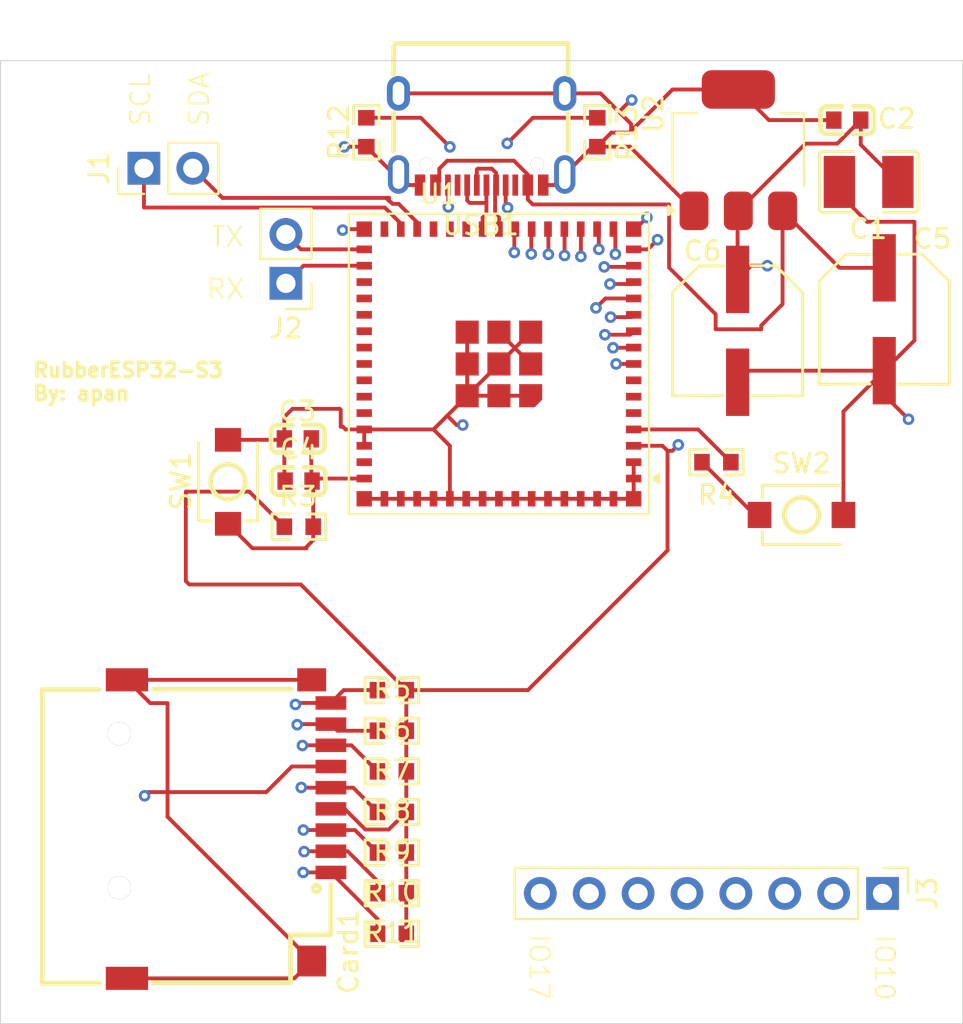
<source format=kicad_pcb>
(kicad_pcb (version 20240108) (generator "pcbnew") (generator_version "8.0")
  (layers (0 "F.Cu" signal) (1 "In1.Cu" signal) (2 "In2.Cu" signal) (3 "In3.Cu" signal) (4 "In4.Cu" signal) (31 "B.Cu" signal) (34 "B.Paste" user) (35 "F.Paste" user) (36 "B.SilkS" user "B.Silkscreen") (37 "F.SilkS" user "F.Silkscreen") (38 "B.Mask" user) (39 "F.Mask" user) (44 "Edge.Cuts" user))
  (net 0 "")
  (net 1 "+3V3")
  (net 2 "GND")
  (net 3 "EN")
  (net 4 "+5V")
  (net 5 "Net-(Card1-CLX)")
  (net 6 "Net-(Card1-DAT1)")
  (net 7 "Net-(Card1-DAT2)")
  (net 8 "Net-(Card1-DAT0)")
  (net 9 "Net-(Card1-CD{slash}DAT3)")
  (net 10 "Net-(Card1-CMD)")
  (net 11 "BOOT")
  (net 12 "Net-(SW2-A)")
  (net 13 "Net-(Card1-CD)")
  (net 14 "Net-(USB1-CC2)")
  (net 15 "Net-(USB1-CC1)")
  (net 18 "SCL")
  (net 21 "SDA")
  (net 23 "RX")
  (net 24 "TX")
  (net 26 "IO16")
  (net 28 "IO17")
  (net 29 "IO11")
  (net 30 "IO12")
  (net 31 "D+")
  (net 33 "IO13")
  (net 35 "D-")
  (net 41 "IO15")
  (net 45 "IO10")
  (net 46 "IO14")
  (footprint "EasyEDA2KiCad:CAP-SMD_BD6.3-L6.6-W6.6-FD" (layer "F.Cu") (at 60.5 66.49 -90)
    (property "Reference" "C6" (at -4.14 1.82 180) (layer "F.SilkS"))
    (property "Value" "22uF")
    (pad "1" smd rect (at -2.67 0 270) (size 3.5 1.2) (layers "F.Cu" "F.Paste" "F.Mask") (net 1 "+3V3"))
    (pad "2" smd rect (at 2.67 0 270) (size 3.5 1.2) (layers "F.Cu" "F.Paste" "F.Mask") (net 2 "GND"))
  )
  (footprint "Connector_PinHeader_2.54mm:PinHeader_1x02_P2.54mm_Vertical" (layer "F.Cu") (at 37.03 64.025 180)
    (property "Reference" "J2" (at 0 -2.33 360) (layer "F.SilkS"))
    (property "Value" "Conn_01x02")
    (pad "1" thru_hole rect (at 0 0 180) (size 1.7 1.7) (drill 1) (layers "*.Cu" "*.Mask") (net 23 "RX"))
    (pad "2" thru_hole oval (at 0 2.54 180) (size 1.7 1.7) (drill 1) (layers "*.Cu" "*.Mask") (net 24 "TX"))
  )
  (footprint "Package_TO_SOT_SMD:SOT-223-3_TabPin2" (layer "F.Cu") (at 60.5375 57.11 90)
    (property "Reference" "U2" (at 1.9 -4.42 90) (layer "F.SilkS"))
    (property "Value" "AMS1117-3.3")
    (pad "1" smd roundrect (at -3.15 -2.3 90) (size 2 1.5) (layers "F.Cu" "F.Paste" "F.Mask") (net 2 "GND"))
    (pad "1" smd roundrect (at 3.15 0 90) (size 2 3.8) (layers "F.Cu" "F.Paste" "F.Mask") (net 2 "GND"))
    (pad "2" smd roundrect (at -3.15 0 90) (size 2 1.5) (layers "F.Cu" "F.Paste" "F.Mask") (net 1 "+3V3"))
    (pad "3" smd roundrect (at -3.15 2.3 90) (size 2 1.5) (layers "F.Cu" "F.Paste" "F.Mask") (net 4 "+5V"))
  )
  (footprint "EasyEDA2KiCad:C1210" (layer "F.Cu") (at 67.31 58.76 180)
    (property "Reference" "C1" (at 0.02 -2.44 0) (layer "F.SilkS"))
    (property "Value" "22uF")
    (pad "1" smd rect (at -1.52 0 180) (size 1.63 2.7) (layers "F.Cu" "F.Paste" "F.Mask") (net 1 "+3V3"))
    (pad "2" smd rect (at 1.52 0 180) (size 1.63 2.7) (layers "F.Cu" "F.Paste" "F.Mask") (net 2 "GND"))
  )
  (footprint "EasyEDA2KiCad:R0603" (layer "F.Cu") (at 41.21 56.18 90)
    (property "Reference" "R12" (at 0 -1.43 90) (layer "F.SilkS"))
    (property "Value" "5.1K")
    (pad "1" smd rect (at -0.75 0 90) (size 0.81 0.86) (layers "F.Cu" "F.Paste" "F.Mask") (net 2 "GND"))
    (pad "2" smd rect (at 0.75 0 90) (size 0.81 0.86) (layers "F.Cu" "F.Paste" "F.Mask") (net 14 "Net-(USB1-CC2)"))
  )
  (footprint "EasyEDA2KiCad:TF-SMD_TF-PUSH" (layer "F.Cu") (at 34.07 92.36 -90)
    (property "Reference" "Card1" (at 6.37 -6.21 90) (layer "F.SilkS"))
    (property "Value" "TF PUSH")
    (pad "" thru_hole circle (at -4.95 5.7 270) (size 1.2 1.2) (drill 1.2) (layers "*.Cu" "*.Mask"))
    (pad "" thru_hole circle (at 3.05 5.7 270) (size 1.2 1.2) (drill 1.2) (layers "*.Cu" "*.Mask"))
    (pad "1" smd rect (at 2.25 -5.3 270) (size 0.7 1.6) (layers "F.Cu" "F.Paste" "F.Mask") (net 7 "Net-(Card1-DAT2)"))
    (pad "2" smd rect (at 1.15 -5.3 270) (size 0.7 1.6) (layers "F.Cu" "F.Paste" "F.Mask") (net 9 "Net-(Card1-CD{slash}DAT3)"))
    (pad "3" smd rect (at 0.05 -5.3 270) (size 0.7 1.6) (layers "F.Cu" "F.Paste" "F.Mask") (net 10 "Net-(Card1-CMD)"))
    (pad "4" smd rect (at -1.05 -5.3 270) (size 0.7 1.6) (layers "F.Cu" "F.Paste" "F.Mask") (net 1 "+3V3"))
    (pad "5" smd rect (at -2.15 -5.3 270) (size 0.7 1.6) (layers "F.Cu" "F.Paste" "F.Mask") (net 5 "Net-(Card1-CLX)"))
    (pad "6" smd rect (at -3.25 -5.3 270) (size 0.7 1.6) (layers "F.Cu" "F.Paste" "F.Mask") (net 2 "GND"))
    (pad "7" smd rect (at -4.35 -5.3 270) (size 0.7 1.6) (layers "F.Cu" "F.Paste" "F.Mask") (net 8 "Net-(Card1-DAT0)"))
    (pad "8" smd rect (at -5.45 -5.3 270) (size 0.7 1.6) (layers "F.Cu" "F.Paste" "F.Mask") (net 6 "Net-(Card1-DAT1)"))
    (pad "9" smd rect (at -6.55 -5.3 270) (size 0.7 1.6) (layers "F.Cu" "F.Paste" "F.Mask") (net 13 "Net-(Card1-CD)"))
    (pad "10" smd rect (at -7.75 -4.3 270) (size 1.2 1.5) (layers "F.Cu" "F.Paste" "F.Mask") (net 2 "GND"))
    (pad "11" smd rect (at -7.75 5.3 270) (size 1.2 2.2) (layers "F.Cu" "F.Paste" "F.Mask") (net 2 "GND"))
    (pad "12" smd rect (at 7.75 5.3 270) (size 1.2 2.2) (layers "F.Cu" "F.Paste" "F.Mask") (net 2 "GND"))
    (pad "13" smd rect (at 6.85 -4.3 270) (size 1.6 1.5) (layers "F.Cu" "F.Paste" "F.Mask") (net 2 "GND"))
  )
  (footprint "EasyEDA2KiCad:C0603" (layer "F.Cu") (at 37.69 74.29)
    (property "Reference" "C4" (at 0.01 -1.65 0) (layer "F.SilkS"))
    (property "Value" "100nF")
    (pad "1" smd rect (at -0.7 0) (size 0.8 0.9) (layers "F.Cu" "F.Paste" "F.Mask") (net 2 "GND"))
    (pad "2" smd rect (at 0.7 0) (size 0.8 0.9) (layers "F.Cu" "F.Paste" "F.Mask") (net 3 "EN"))
  )
  (footprint "EasyEDA2KiCad:R0603" (layer "F.Cu") (at 42.5375 91.47 180)
    (property "Reference" "R8" (at -0.02 0.05 0) (layer "F.SilkS"))
    (property "Value" "10K")
    (pad "1" smd rect (at -0.75 0 180) (size 0.81 0.86) (layers "F.Cu" "F.Paste" "F.Mask") (net 1 "+3V3"))
    (pad "2" smd rect (at 0.75 0 180) (size 0.81 0.86) (layers "F.Cu" "F.Paste" "F.Mask") (net 5 "Net-(Card1-CLX)"))
  )
  (footprint "EasyEDA2KiCad:USB-C-SMD_TYPE-C-6PIN-2MD-073" (layer "F.Cu") (at 47.2 56.5425 180)
    (property "Reference" "USB1" (at 0.04 -4.4575 0) (layer "F.SilkS"))
    (property "Value" "TYPE-C 16PIN 2MD(073)")
    (pad "" thru_hole circle (at -2.89 -1.3 180) (size 0.7 0.7) (drill 0.7) (layers "*.Cu" "*.Mask"))
    (pad "" thru_hole circle (at 2.89 -1.3 180) (size 0.7 0.7) (drill 0.7) (layers "*.Cu" "*.Mask"))
    (pad "1" smd rect (at -3.2 -2.38 180) (size 0.55 1.1) (layers "F.Cu" "F.Paste" "F.Mask") (net 2 "GND"))
    (pad "2" smd rect (at -2.4 -2.38 180) (size 0.55 1.1) (layers "F.Cu" "F.Paste" "F.Mask") (net 4 "+5V"))
    (pad "3" smd rect (at -1.75 -2.38 180) (size 0.3 1.1) (layers "F.Cu" "F.Paste" "F.Mask"))
    (pad "4" smd rect (at -1.25 -2.38 180) (size 0.3 1.1) (layers "F.Cu" "F.Paste" "F.Mask") (net 15 "Net-(USB1-CC1)"))
    (pad "5" smd rect (at -0.75 -2.38 180) (size 0.3 1.1) (layers "F.Cu" "F.Paste" "F.Mask") (net 35 "D-"))
    (pad "6" smd rect (at -0.25 -2.38 180) (size 0.3 1.1) (layers "F.Cu" "F.Paste" "F.Mask") (net 31 "D+"))
    (pad "7" smd rect (at 0.25 -2.38 180) (size 0.3 1.1) (layers "F.Cu" "F.Paste" "F.Mask") (net 35 "D-"))
    (pad "8" smd rect (at 0.75 -2.38 180) (size 0.3 1.1) (layers "F.Cu" "F.Paste" "F.Mask") (net 31 "D+"))
    (pad "9" smd rect (at 1.25 -2.38 180) (size 0.3 1.1) (layers "F.Cu" "F.Paste" "F.Mask"))
    (pad "10" smd rect (at 1.75 -2.38 180) (size 0.3 1.1) (layers "F.Cu" "F.Paste" "F.Mask") (net 14 "Net-(USB1-CC2)"))
    (pad "11" smd rect (at 2.4 -2.38 180) (size 0.55 1.1) (layers "F.Cu" "F.Paste" "F.Mask") (net 4 "+5V"))
    (pad "12" smd rect (at 3.2 -2.38 180) (size 0.55 1.1) (layers "F.Cu" "F.Paste" "F.Mask") (net 2 "GND"))
    (pad "13" thru_hole oval (at -4.32 -1.83 180) (size 1.1 2) (drill oval 0.599999 1.499997) (layers "*.Cu" "*.Mask") (net 2 "GND"))
    (pad "13" thru_hole oval (at -4.32 2.38 180) (size 1.2 1.8) (drill oval 0.599999 1.199998) (layers "*.Cu" "*.Mask") (net 2 "GND"))
    (pad "14" thru_hole oval (at 4.32 -1.83 180) (size 1.1 2) (drill oval 0.599999 1.500022) (layers "*.Cu" "*.Mask") (net 2 "GND"))
    (pad "14" thru_hole oval (at 4.32 2.38 180) (size 1.2 1.8) (drill oval 0.599999 1.199998) (layers "*.Cu" "*.Mask") (net 2 "GND"))
  )
  (footprint "Connector_PinHeader_2.54mm:PinHeader_1x02_P2.54mm_Vertical" (layer "F.Cu") (at 29.655 58.05 90)
    (property "Reference" "J1" (at 0 -2.33 90) (layer "F.SilkS"))
    (property "Value" "Conn_01x02")
    (pad "1" thru_hole rect (at 0 0 90) (size 1.7 1.7) (drill 1) (layers "*.Cu" "*.Mask") (net 18 "SCL"))
    (pad "2" thru_hole oval (at 0 2.54 90) (size 1.7 1.7) (drill 1) (layers "*.Cu" "*.Mask") (net 21 "SDA"))
  )
  (footprint "EasyEDA2KiCad:C0603" (layer "F.Cu") (at 66.2 55.55 180)
    (property "Reference" "C2" (at -2.56 0.08 0) (layer "F.SilkS"))
    (property "Value" "100nF")
    (pad "1" smd rect (at -0.7 0 180) (size 0.8 0.9) (layers "F.Cu" "F.Paste" "F.Mask") (net 1 "+3V3"))
    (pad "2" smd rect (at 0.7 0 180) (size 0.8 0.9) (layers "F.Cu" "F.Paste" "F.Mask") (net 2 "GND"))
  )
  (footprint "EasyEDA2KiCad:R0603" (layer "F.Cu") (at 42.5375 97.795001 180)
    (property "Reference" "R11" (at -0.02 0.05 0) (layer "F.SilkS"))
    (property "Value" "10K")
    (pad "1" smd rect (at -0.75 0 180) (size 0.81 0.86) (layers "F.Cu" "F.Paste" "F.Mask") (net 1 "+3V3"))
    (pad "2" smd rect (at 0.75 0 180) (size 0.81 0.86) (layers "F.Cu" "F.Paste" "F.Mask") (net 7 "Net-(Card1-DAT2)"))
  )
  (footprint "EasyEDA2KiCad:R0603" (layer "F.Cu") (at 42.5375 87.253334 180)
    (property "Reference" "R6" (at -0.02 0.05 0) (layer "F.SilkS"))
    (property "Value" "10K")
    (pad "1" smd rect (at -0.75 0 180) (size 0.81 0.86) (layers "F.Cu" "F.Paste" "F.Mask") (net 1 "+3V3"))
    (pad "2" smd rect (at 0.75 0 180) (size 0.81 0.86) (layers "F.Cu" "F.Paste" "F.Mask") (net 6 "Net-(Card1-DAT1)"))
  )
  (footprint "Connector_PinHeader_2.54mm:PinHeader_1x08_P2.54mm_Vertical" (layer "F.Cu") (at 68.03 95.7 -90)
    (property "Reference" "J3" (at 0 -2.33 90) (layer "F.SilkS"))
    (property "Value" "Conn_01x08")
    (pad "1" thru_hole rect (at 0 0 270) (size 1.7 1.7) (drill 1) (layers "*.Cu" "*.Mask") (net 45 "IO10"))
    (pad "2" thru_hole oval (at 0 2.54 270) (size 1.7 1.7) (drill 1) (layers "*.Cu" "*.Mask") (net 29 "IO11"))
    (pad "3" thru_hole oval (at 0 5.08 270) (size 1.7 1.7) (drill 1) (layers "*.Cu" "*.Mask") (net 30 "IO12"))
    (pad "4" thru_hole oval (at 0 7.62 270) (size 1.7 1.7) (drill 1) (layers "*.Cu" "*.Mask") (net 33 "IO13"))
    (pad "5" thru_hole oval (at 0 10.16 270) (size 1.7 1.7) (drill 1) (layers "*.Cu" "*.Mask") (net 46 "IO14"))
    (pad "6" thru_hole oval (at 0 12.7 270) (size 1.7 1.7) (drill 1) (layers "*.Cu" "*.Mask") (net 41 "IO15"))
    (pad "7" thru_hole oval (at 0 15.24 270) (size 1.7 1.7) (drill 1) (layers "*.Cu" "*.Mask") (net 26 "IO16"))
    (pad "8" thru_hole oval (at 0 17.78 270) (size 1.7 1.7) (drill 1) (layers "*.Cu" "*.Mask") (net 28 "IO17"))
  )
  (footprint "RF_Module:ESP32-S2-MINI-1U" (layer "F.Cu") (at 48.1 68.21 180)
    (property "Reference" "U1" (at 3.122 8.82 0) (layer "F.SilkS"))
    (property "Value" "ESP32-S3-MINI-1U")
    (pad "1" smd rect (at -7 -5.95 180) (size 0.8 0.4) (layers "F.Cu" "F.Paste" "F.Mask") (net 2 "GND"))
    (pad "2" smd rect (at -7 -5.1 180) (size 0.8 0.4) (layers "F.Cu" "F.Paste" "F.Mask") (net 2 "GND"))
    (pad "3" smd rect (at -7 -4.25 180) (size 0.8 0.4) (layers "F.Cu" "F.Paste" "F.Mask") (net 1 "+3V3"))
    (pad "4" smd rect (at -7 -3.4 180) (size 0.8 0.4) (layers "F.Cu" "F.Paste" "F.Mask") (net 11 "BOOT"))
    (pad "5" smd rect (at -7 -2.55 180) (size 0.8 0.4) (layers "F.Cu" "F.Paste" "F.Mask"))
    (pad "6" smd rect (at -7 -1.7 180) (size 0.8 0.4) (layers "F.Cu" "F.Paste" "F.Mask"))
    (pad "7" smd rect (at -7 -0.85 180) (size 0.8 0.4) (layers "F.Cu" "F.Paste" "F.Mask"))
    (pad "8" smd rect (at -7 0 180) (size 0.8 0.4) (layers "F.Cu" "F.Paste" "F.Mask") (net 7 "Net-(Card1-DAT2)"))
    (pad "9" smd rect (at -7 0.85 180) (size 0.8 0.4) (layers "F.Cu" "F.Paste" "F.Mask") (net 9 "Net-(Card1-CD{slash}DAT3)"))
    (pad "10" smd rect (at -7 1.7 180) (size 0.8 0.4) (layers "F.Cu" "F.Paste" "F.Mask") (net 10 "Net-(Card1-CMD)"))
    (pad "11" smd rect (at -7 2.55 180) (size 0.8 0.4) (layers "F.Cu" "F.Paste" "F.Mask") (net 5 "Net-(Card1-CLX)"))
    (pad "12" smd rect (at -7 3.4 180) (size 0.8 0.4) (layers "F.Cu" "F.Paste" "F.Mask") (net 8 "Net-(Card1-DAT0)"))
    (pad "13" smd rect (at -7 4.25 180) (size 0.8 0.4) (layers "F.Cu" "F.Paste" "F.Mask") (net 6 "Net-(Card1-DAT1)"))
    (pad "14" smd rect (at -7 5.1 180) (size 0.8 0.4) (layers "F.Cu" "F.Paste" "F.Mask") (net 13 "Net-(Card1-CD)"))
    (pad "15" smd rect (at -7 5.95 180) (size 0.8 0.4) (layers "F.Cu" "F.Paste" "F.Mask") (net 45 "IO10"))
    (pad "16" smd rect (at -5.95 7 270) (size 0.8 0.4) (layers "F.Cu" "F.Paste" "F.Mask") (net 29 "IO11"))
    (pad "17" smd rect (at -5.1 7 270) (size 0.8 0.4) (layers "F.Cu" "F.Paste" "F.Mask") (net 30 "IO12"))
    (pad "18" smd rect (at -4.25 7 270) (size 0.8 0.4) (layers "F.Cu" "F.Paste" "F.Mask") (net 33 "IO13"))
    (pad "19" smd rect (at -3.4 7 270) (size 0.8 0.4) (layers "F.Cu" "F.Paste" "F.Mask") (net 46 "IO14"))
    (pad "20" smd rect (at -2.55 7 270) (size 0.8 0.4) (layers "F.Cu" "F.Paste" "F.Mask") (net 41 "IO15"))
    (pad "21" smd rect (at -1.7 7 270) (size 0.8 0.4) (layers "F.Cu" "F.Paste" "F.Mask") (net 26 "IO16"))
    (pad "22" smd rect (at -0.85 7 270) (size 0.8 0.4) (layers "F.Cu" "F.Paste" "F.Mask") (net 28 "IO17"))
    (pad "23" smd rect (at 0 7 270) (size 0.8 0.4) (layers "F.Cu" "F.Paste" "F.Mask") (net 35 "D-"))
    (pad "24" smd rect (at 0.85 7 270) (size 0.8 0.4) (layers "F.Cu" "F.Paste" "F.Mask") (net 31 "D+"))
    (pad "25" smd rect (at 1.7 7 270) (size 0.8 0.4) (layers "F.Cu" "F.Paste" "F.Mask"))
    (pad "26" smd rect (at 2.55 7 270) (size 0.8 0.4) (layers "F.Cu" "F.Paste" "F.Mask"))
    (pad "27" smd rect (at 3.4 7 270) (size 0.8 0.4) (layers "F.Cu" "F.Paste" "F.Mask"))
    (pad "28" smd rect (at 4.25 7 270) (size 0.8 0.4) (layers "F.Cu" "F.Paste" "F.Mask") (net 21 "SDA"))
    (pad "29" smd rect (at 5.1 7 270) (size 0.8 0.4) (layers "F.Cu" "F.Paste" "F.Mask") (net 18 "SCL"))
    (pad "30" smd rect (at 5.95 7 270) (size 0.8 0.4) (layers "F.Cu" "F.Paste" "F.Mask"))
    (pad "31" smd rect (at 7 5.95 180) (size 0.8 0.4) (layers "F.Cu" "F.Paste" "F.Mask") (net 24 "TX"))
    (pad "32" smd rect (at 7 5.1 180) (size 0.8 0.4) (layers "F.Cu" "F.Paste" "F.Mask") (net 23 "RX"))
    (pad "33" smd rect (at 7 4.25 180) (size 0.8 0.4) (layers "F.Cu" "F.Paste" "F.Mask"))
    (pad "34" smd rect (at 7 3.4 180) (size 0.8 0.4) (layers "F.Cu" "F.Paste" "F.Mask"))
    (pad "35" smd rect (at 7 2.55 180) (size 0.8 0.4) (layers "F.Cu" "F.Paste" "F.Mask"))
    (pad "36" smd rect (at 7 1.7 180) (size 0.8 0.4) (layers "F.Cu" "F.Paste" "F.Mask"))
    (pad "37" smd rect (at 7 0.85 180) (size 0.8 0.4) (layers "F.Cu" "F.Paste" "F.Mask"))
    (pad "38" smd rect (at 7 0 180) (size 0.8 0.4) (layers "F.Cu" "F.Paste" "F.Mask"))
    (pad "39" smd rect (at 7 -0.85 180) (size 0.8 0.4) (layers "F.Cu" "F.Paste" "F.Mask"))
    (pad "40" smd rect (at 7 -1.7 180) (size 0.8 0.4) (layers "F.Cu" "F.Paste" "F.Mask"))
    (pad "41" smd rect (at 7 -2.55 180) (size 0.8 0.4) (layers "F.Cu" "F.Paste" "F.Mask"))
    (pad "42" smd rect (at 7 -3.4 180) (size 0.8 0.4) (layers "F.Cu" "F.Paste" "F.Mask") (net 2 "GND"))
    (pad "43" smd rect (at 7 -4.25 180) (size 0.8 0.4) (layers "F.Cu" "F.Paste" "F.Mask") (net 2 "GND"))
    (pad "44" smd rect (at 7 -5.1 180) (size 0.8 0.4) (layers "F.Cu" "F.Paste" "F.Mask"))
    (pad "45" smd rect (at 7 -5.95 180) (size 0.8 0.4) (layers "F.Cu" "F.Paste" "F.Mask") (net 3 "EN"))
    (pad "46" smd rect (at 5.95 -7 270) (size 0.8 0.4) (layers "F.Cu" "F.Paste" "F.Mask") (net 2 "GND"))
    (pad "47" smd rect (at 5.1 -7 270) (size 0.8 0.4) (layers "F.Cu" "F.Paste" "F.Mask") (net 2 "GND"))
    (pad "48" smd rect (at 4.25 -7 270) (size 0.8 0.4) (layers "F.Cu" "F.Paste" "F.Mask") (net 2 "GND"))
    (pad "49" smd rect (at 3.4 -7 270) (size 0.8 0.4) (layers "F.Cu" "F.Paste" "F.Mask") (net 2 "GND"))
    (pad "50" smd rect (at 2.55 -7 270) (size 0.8 0.4) (layers "F.Cu" "F.Paste" "F.Mask") (net 2 "GND"))
    (pad "51" smd rect (at 1.7 -7 270) (size 0.8 0.4) (layers "F.Cu" "F.Paste" "F.Mask") (net 2 "GND"))
    (pad "52" smd rect (at 0.85 -7 270) (size 0.8 0.4) (layers "F.Cu" "F.Paste" "F.Mask") (net 2 "GND"))
    (pad "53" smd rect (at 0 -7 270) (size 0.8 0.4) (layers "F.Cu" "F.Paste" "F.Mask") (net 2 "GND"))
    (pad "54" smd rect (at -0.85 -7 270) (size 0.8 0.4) (layers "F.Cu" "F.Paste" "F.Mask") (net 2 "GND"))
    (pad "55" smd rect (at -1.7 -7 270) (size 0.8 0.4) (layers "F.Cu" "F.Paste" "F.Mask") (net 2 "GND"))
    (pad "56" smd rect (at -2.55 -7 270) (size 0.8 0.4) (layers "F.Cu" "F.Paste" "F.Mask") (net 2 "GND"))
    (pad "57" smd rect (at -3.4 -7 270) (size 0.8 0.4) (layers "F.Cu" "F.Paste" "F.Mask") (net 2 "GND"))
    (pad "58" smd rect (at -4.25 -7 270) (size 0.8 0.4) (layers "F.Cu" "F.Paste" "F.Mask") (net 2 "GND"))
    (pad "59" smd rect (at -5.1 -7 270) (size 0.8 0.4) (layers "F.Cu" "F.Paste" "F.Mask") (net 2 "GND"))
    (pad "60" smd rect (at -5.95 -7 270) (size 0.8 0.4) (layers "F.Cu" "F.Paste" "F.Mask") (net 2 "GND"))
    (pad "61" smd roundrect (at -1.65 -1.65 180) (size 1.2 1.2) (property pad_prop_heatsink) (layers "F.Cu" "F.Paste" "F.Mask") (roundrect_rratio 0) (chamfer_ratio 0.33) (chamfer top_left) (net 2 "GND"))
    (pad "61" smd rect (at -1.65 0 180) (size 1.2 1.2) (property pad_prop_heatsink) (layers "F.Cu" "F.Paste" "F.Mask") (net 2 "GND"))
    (pad "61" smd rect (at -1.65 1.65 180) (size 1.2 1.2) (property pad_prop_heatsink) (layers "F.Cu" "F.Paste" "F.Mask") (net 2 "GND"))
    (pad "61" smd rect (at 0 -1.65 180) (size 1.2 1.2) (property pad_prop_heatsink) (layers "F.Cu" "F.Paste" "F.Mask") (net 2 "GND"))
    (pad "61" smd rect (at 0 0 180) (size 1.2 1.2) (property pad_prop_heatsink) (layers "F.Cu" "F.Paste" "F.Mask") (net 2 "GND"))
    (pad "61" smd rect (at 0 1.65 180) (size 1.2 1.2) (property pad_prop_heatsink) (layers "F.Cu" "F.Paste" "F.Mask") (net 2 "GND"))
    (pad "61" smd rect (at 1.65 -1.65 180) (size 1.2 1.2) (property pad_prop_heatsink) (layers "F.Cu" "F.Paste" "F.Mask") (net 2 "GND"))
    (pad "61" smd rect (at 1.65 0 180) (size 1.2 1.2) (property pad_prop_heatsink) (layers "F.Cu" "F.Paste" "F.Mask") (net 2 "GND"))
    (pad "61" smd rect (at 1.65 1.65 180) (size 1.2 1.2) (property pad_prop_heatsink) (layers "F.Cu" "F.Paste" "F.Mask") (net 2 "GND"))
    (pad "62" smd rect (at -7 -7 180) (size 0.8 0.8) (layers "F.Cu" "F.Paste" "F.Mask") (net 2 "GND"))
    (pad "63" smd rect (at -7 7 180) (size 0.8 0.8) (layers "F.Cu" "F.Paste" "F.Mask") (net 2 "GND"))
    (pad "64" smd rect (at 7 7 180) (size 0.8 0.8) (layers "F.Cu" "F.Paste" "F.Mask") (net 2 "GND"))
    (pad "65" smd rect (at 7 -7 180) (size 0.8 0.8) (layers "F.Cu" "F.Paste" "F.Mask") (net 2 "GND"))
  )
  (footprint "EasyEDA2KiCad:R0603" (layer "F.Cu") (at 42.5375 95.686666 180)
    (property "Reference" "R10" (at -0.02 0.05 0) (layer "F.SilkS"))
    (property "Value" "10K")
    (pad "1" smd rect (at -0.75 0 180) (size 0.81 0.86) (layers "F.Cu" "F.Paste" "F.Mask") (net 1 "+3V3"))
    (pad "2" smd rect (at 0.75 0 180) (size 0.81 0.86) (layers "F.Cu" "F.Paste" "F.Mask") (net 9 "Net-(Card1-CD{slash}DAT3)"))
  )
  (footprint "EasyEDA2KiCad:R0603" (layer "F.Cu") (at 53.21 56.18 90)
    (property "Reference" "R13" (at -0.06 1.55 90) (layer "F.SilkS"))
    (property "Value" "5.1K")
    (pad "1" smd rect (at -0.75 0 90) (size 0.81 0.86) (layers "F.Cu" "F.Paste" "F.Mask") (net 2 "GND"))
    (pad "2" smd rect (at 0.75 0 90) (size 0.81 0.86) (layers "F.Cu" "F.Paste" "F.Mask") (net 15 "Net-(USB1-CC1)"))
  )
  (footprint "EasyEDA2KiCad:R0603" (layer "F.Cu") (at 42.5375 93.578333 180)
    (property "Reference" "R9" (at -0.02 0.05 0) (layer "F.SilkS"))
    (property "Value" "10K")
    (pad "1" smd rect (at -0.75 0 180) (size 0.81 0.86) (layers "F.Cu" "F.Paste" "F.Mask") (net 1 "+3V3"))
    (pad "2" smd rect (at 0.75 0 180) (size 0.81 0.86) (layers "F.Cu" "F.Paste" "F.Mask") (net 10 "Net-(Card1-CMD)"))
  )
  (footprint "EasyEDA2KiCad:SW-SMD_L3.9-W3.0-P4.45" (layer "F.Cu") (at 63.82 76.05)
    (property "Reference" "SW2" (at 0 -2.68 360) (layer "F.SilkS"))
    (property "Value" "SW_SPST")
    (pad "1" smd rect (at -2.18 0) (size 1.23 1.36) (layers "F.Cu" "F.Paste" "F.Mask") (net 12 "Net-(SW2-A)"))
    (pad "2" smd rect (at 2.18 0) (size 1.23 1.36) (layers "F.Cu" "F.Paste" "F.Mask") (net 2 "GND"))
  )
  (footprint "EasyEDA2KiCad:R0603" (layer "F.Cu") (at 42.5375 85.145001 180)
    (property "Reference" "R5" (at -0.02 0.05 0) (layer "F.SilkS"))
    (property "Value" "10K")
    (pad "1" smd rect (at -0.75 0 180) (size 0.81 0.86) (layers "F.Cu" "F.Paste" "F.Mask") (net 1 "+3V3"))
    (pad "2" smd rect (at 0.75 0 180) (size 0.81 0.86) (layers "F.Cu" "F.Paste" "F.Mask") (net 13 "Net-(Card1-CD)"))
  )
  (footprint "EasyEDA2KiCad:C0603" (layer "F.Cu") (at 37.65 72.1 180)
    (property "Reference" "C3" (at 0.02 1.43 360) (layer "F.SilkS"))
    (property "Value" "1uF")
    (pad "1" smd rect (at -0.7 0 180) (size 0.8 0.9) (layers "F.Cu" "F.Paste" "F.Mask") (net 3 "EN"))
    (pad "2" smd rect (at 0.7 0 180) (size 0.8 0.9) (layers "F.Cu" "F.Paste" "F.Mask") (net 2 "GND"))
  )
  (footprint "EasyEDA2KiCad:SW-SMD_L3.9-W3.0-P4.45" (layer "F.Cu") (at 34.02 74.33 90)
    (property "Reference" "SW1" (at 0.04 -2.45 90) (layer "F.SilkS"))
    (property "Value" "SW_SPST")
    (pad "1" smd rect (at -2.18 0 90) (size 1.23 1.36) (layers "F.Cu" "F.Paste" "F.Mask") (net 3 "EN"))
    (pad "2" smd rect (at 2.18 0 90) (size 1.23 1.36) (layers "F.Cu" "F.Paste" "F.Mask") (net 2 "GND"))
  )
  (footprint "EasyEDA2KiCad:R0603" (layer "F.Cu") (at 42.5375 89.361667 180)
    (property "Reference" "R7" (at -0.02 0.05 0) (layer "F.SilkS"))
    (property "Value" "10K")
    (pad "1" smd rect (at -0.75 0 180) (size 0.81 0.86) (layers "F.Cu" "F.Paste" "F.Mask") (net 1 "+3V3"))
    (pad "2" smd rect (at 0.75 0 180) (size 0.81 0.86) (layers "F.Cu" "F.Paste" "F.Mask") (net 8 "Net-(Card1-DAT0)"))
  )
  (footprint "EasyEDA2KiCad:R0603" (layer "F.Cu") (at 59.4 73.31 180)
    (property "Reference" "R4" (at -0.02 -1.71 0) (layer "F.SilkS"))
    (property "Value" "100R")
    (pad "1" smd rect (at -0.75 0 180) (size 0.81 0.86) (layers "F.Cu" "F.Paste" "F.Mask") (net 11 "BOOT"))
    (pad "2" smd rect (at 0.75 0 180) (size 0.81 0.86) (layers "F.Cu" "F.Paste" "F.Mask") (net 12 "Net-(SW2-A)"))
  )
  (footprint "EasyEDA2KiCad:R0603" (layer "F.Cu") (at 37.7 76.66)
    (property "Reference" "R3" (at -0.04 -1.56 360) (layer "F.SilkS"))
    (property "Value" "10k")
    (pad "1" smd rect (at -0.75 0) (size 0.81 0.86) (layers "F.Cu" "F.Paste" "F.Mask") (net 1 "+3V3"))
    (pad "2" smd rect (at 0.75 0) (size 0.81 0.86) (layers "F.Cu" "F.Paste" "F.Mask") (net 3 "EN"))
  )
  (footprint "EasyEDA2KiCad:CAP-SMD_BD6.3-L6.6-W6.6-FD" (layer "F.Cu") (at 68.12 65.89 -90)
    (property "Reference" "C5" (at -4.18 -2.5 180) (layer "F.SilkS"))
    (property "Value" "10uF")
    (pad "1" smd rect (at -2.67 0 270) (size 3.5 1.2) (layers "F.Cu" "F.Paste" "F.Mask") (net 4 "+5V"))
    (pad "2" smd rect (at 2.67 0 270) (size 3.5 1.2) (layers "F.Cu" "F.Paste" "F.Mask") (net 2 "GND"))
  )
  (gr_rect (start 22.2 52.46) (end 72.2 102.46) (stroke (width 0.05)) (fill none) (layer "Edge.Cuts"))
  (gr_text "RX" (at 32.86 64.9 0) (layer "F.SilkS") (effects (font (size 1 1) (thickness 0.1)) (justify left bottom)))
  (gr_text "RubberESP32-S3\nBy: apan" (at 23.8 70.18 0) (layer "F.SilkS") (effects (font (size 0.75 0.75) (thickness 0.1875) (bold yes)) (justify left bottom)))
  (gr_text "SCL" (at 30.055 55.94 90) (layer "F.SilkS") (effects (font (size 1 1) (thickness 0.1)) (justify left bottom)))
  (gr_text "IO17" (at 49.61 97.74 -90) (layer "F.SilkS") (effects (font (size 1 1) (thickness 0.1)) (justify left bottom)))
  (gr_text "TX" (at 33.05 62.19 0) (layer "F.SilkS") (effects (font (size 1 1) (thickness 0.1)) (justify left bottom)))
  (gr_text "SDA" (at 33.105 55.94 90) (layer "F.SilkS") (effects (font (size 1 1) (thickness 0.1)) (justify left bottom)))
  (gr_text "IO10" (at 67.55 97.78 -90) (layer "F.SilkS") (effects (font (size 1 1) (thickness 0.1)) (justify left bottom)))
  (segment (start 40.084853 91.31) (end 39.37 91.31) (width 0.2) (layer "F.Cu") (net 1))
  (segment (start 56.6 72.46) (end 56.86 72.72) (width 0.2) (layer "F.Cu") (net 1))
  (segment (start 32.01 79.66) (end 37.802499 79.66) (width 0.2) (layer "F.Cu") (net 1))
  (segment (start 61.21 63.11) (end 60.5 63.82) (width 0.2) (layer "F.Cu") (net 1))
  (segment (start 60.5 63.82) (end 60.5 60.2975) (width 0.2) (layer "F.Cu") (net 1))
  (segment (start 37.802499 79.66) (end 43.2875 85.145001) (width 0.2) (layer "F.Cu") (net 1))
  (segment (start 31.83 74.84) (end 31.83 79.48) (width 0.2) (layer "F.Cu") (net 1))
  (segment (start 66.9 55.55) (end 65.68 56.77) (width 0.2) (layer "F.Cu") (net 1))
  (segment (start 31.83 79.48) (end 32.01 79.66) (width 0.2) (layer "F.Cu") (net 1))
  (segment (start 43.2875 91.47) (end 42.376177 92.381323) (width 0.2) (layer "F.Cu") (net 1))
  (segment (start 43.2875 97.795001) (end 43.2875 85.145001) (width 0.2) (layer "F.Cu") (net 1))
  (segment (start 35.13 74.84) (end 31.83 74.84) (width 0.2) (layer "F.Cu") (net 1))
  (segment (start 36.95 76.66) (end 35.13 74.84) (width 0.2) (layer "F.Cu") (net 1))
  (segment (start 56.86 72.72) (end 56.86 77.87) (width 0.2) (layer "F.Cu") (net 1))
  (segment (start 57.11 72.72) (end 57.42 72.41) (width 0.2) (layer "F.Cu") (net 1))
  (segment (start 56.86 77.87) (end 56.87 77.88) (width 0.2) (layer "F.Cu") (net 1))
  (segment (start 42.376177 92.381323) (end 41.156176 92.381323) (width 0.2) (layer "F.Cu") (net 1))
  (segment (start 56.87 77.88) (end 49.604999 85.145001) (width 0.2) (layer "F.Cu") (net 1))
  (segment (start 62.05 63.11) (end 61.21 63.11) (width 0.2) (layer "F.Cu") (net 1))
  (segment (start 56.86 72.72) (end 57.11 72.72) (width 0.2) (layer "F.Cu") (net 1))
  (segment (start 55.1 72.46) (end 56.6 72.46) (width 0.2) (layer "F.Cu") (net 1))
  (segment (start 60.5 60.2975) (end 60.5375 60.26) (width 0.2) (layer "F.Cu") (net 1))
  (segment (start 64.0275 56.77) (end 60.5375 60.26) (width 0.2) (layer "F.Cu") (net 1))
  (segment (start 49.604999 85.145001) (end 43.2875 85.145001) (width 0.2) (layer "F.Cu") (net 1))
  (segment (start 66.9 56.83) (end 68.83 58.76) (width 0.2) (layer "F.Cu") (net 1))
  (segment (start 41.156176 92.381323) (end 40.084853 91.31) (width 0.2) (layer "F.Cu") (net 1))
  (segment (start 66.9 55.55) (end 66.9 56.83) (width 0.2) (layer "F.Cu") (net 1))
  (segment (start 65.68 56.77) (end 64.0275 56.77) (width 0.2) (layer "F.Cu") (net 1))
  (via (at 57.42 72.41) (size 0.6) (drill 0.3) (layers "F.Cu" "B.Cu") (net 1))
  (via (at 62.05 63.11) (size 0.6) (drill 0.3) (layers "F.Cu" "B.Cu") (net 1))
  (segment (start 38.37 84.61) (end 28.77 84.61) (width 0.2) (layer "F.Cu") (net 2))
  (segment (start 46.45 69.86) (end 49.75 66.56) (width 0.2) (layer "F.Cu") (net 2))
  (segment (start 55.1 61.21) (end 55.19 61.21) (width 0.2) (layer "F.Cu") (net 2))
  (segment (start 54.88 56.2) (end 57.12 53.96) (width 0.2) (layer "F.Cu") (net 2))
  (segment (start 69.69 66.99) (end 68.12 68.56) (width 0.2) (layer "F.Cu") (net 2))
  (segment (start 30.88 85.82) (end 29.98 85.82) (width 0.2) (layer "F.Cu") (net 2))
  (segment (start 45.55 75.21) (end 45.55 72.46) (width 0.2) (layer "F.Cu") (net 2))
  (segment (start 45.9 71.38) (end 46.22 71.38) (width 0.2) (layer "F.Cu") (net 2))
  (segment (start 69.69 60.83) (end 69.69 66.99) (width 0.2) (layer "F.Cu") (net 2))
  (segment (start 38.37 99.21) (end 30.88 91.72) (width 0.2) (layer "F.Cu") (net 2))
  (segment (start 39.88 70.59) (end 39.88 71.47) (width 0.2) (layer "F.Cu") (net 2))
  (segment (start 37.37 70.54) (end 39.83 70.54) (width 0.2) (layer "F.Cu") (net 2))
  (segment (start 66 76.05) (end 66 70.68) (width 0.2) (layer "F.Cu") (net 2))
  (segment (start 44.7 71.61) (end 45.415 70.895) (width 0.2) (layer "F.Cu") (net 2))
  (segment (start 30.88 90.44) (end 30.88 85.82) (width 0.2) (layer "F.Cu") (net 2))
  (segment (start 37.47 100.11) (end 38.37 99.21) (width 0.2) (layer "F.Cu") (net 2))
  (segment (start 41.21 56.93) (end 42.6525 58.3725) (width 0.2) (layer "F.Cu") (net 2))
  (segment (start 29.88 90.44) (end 29.69 90.63) (width 0.2) (layer "F.Cu") (net 2))
  (segment (start 39.83 70.54) (end 39.88 70.59) (width 0.2) (layer "F.Cu") (net 2))
  (segment (start 53.21 56.93) (end 52.9625 56.93) (width 0.2) (layer "F.Cu") (net 2))
  (segment (start 54.88 56.2) (end 54.97 56.11) (width 0.2) (layer "F.Cu") (net 2))
  (segment (start 54.95 54.51) (end 55 54.51) (width 0.2) (layer "F.Cu") (net 2))
  (segment (start 41.1 71.61) (end 44.7 71.61) (width 0.2) (layer "F.Cu") (net 2))
  (segment (start 45.415 70.895) (end 46.45 69.86) (width 0.2) (layer "F.Cu") (net 2))
  (segment (start 36.95 72.1) (end 36.95 70.96) (width 0.2) (layer "F.Cu") (net 2))
  (segment (start 68.12 68.56) (end 61.1 68.56) (width 0.2) (layer "F.Cu") (net 2))
  (segment (start 40.13 71.61) (end 41.1 71.61) (width 0.2) (layer "F.Cu") (net 2))
  (segment (start 46.45 66.56) (end 46.45 69.86) (width 0.2) (layer "F.Cu") (net 2))
  (segment (start 53.21 56.93) (end 53.94 56.2) (width 0.2) (layer "F.Cu") (net 2))
  (segment (start 53.94 56.2) (end 54.88 56.2) (width 0.2) (layer "F.Cu") (net 2))
  (segment (start 36.9 72.15) (end 36.95 72.1) (width 0.2) (layer "F.Cu") (net 2))
  (segment (start 40.07 56.93) (end 40.06 56.94) (width 0.2) (layer "F.Cu") (net 2))
  (segment (start 45.55 72.46) (end 44.7 71.61) (width 0.2) (layer "F.Cu") (net 2))
  (segment (start 61.1 68.56) (end 60.5 69.16) (width 0.2) (layer "F.Cu") (net 2))
  (segment (start 68.12 69.82) (end 69.38 71.08) (width 0.2) (layer "F.Cu") (net 2))
  (segment (start 62.1275 55.55) (end 60.5375 53.96) (width 0.2) (layer "F.Cu") (net 2))
  (segment (start 41.1 71.61) (end 41.1 72.46) (width 0.2) (layer "F.Cu") (net 2))
  (segment (start 68.12 68.56) (end 68.12 69.82) (width 0.2) (layer "F.Cu") (net 2))
  (segment (start 66 70.68) (end 68.12 68.56) (width 0.2) (layer "F.Cu") (net 2))
  (segment (start 53.3775 54.1625) (end 51.52 54.1625) (width 0.2) (layer "F.Cu") (net 2))
  (segment (start 54.97 56.11) (end 54.97 55.755) (width 0.2) (layer "F.Cu") (net 2))
  (segment (start 39.99 71.47) (end 40.13 71.61) (width 0.2) (layer "F.Cu") (net 2))
  (segment (start 65.79 58.76) (end 65.79 59.39) (width 0.2) (layer "F.Cu") (net 2))
  (segment (start 44 58.9225) (end 43.43 58.9225) (width 0.2) (layer "F.Cu") (net 2))
  (segment (start 55.1 73.31) (end 55.1 75.21) (width 0.2) (layer "F.Cu") (net 2))
  (segment (start 45.415 70.895) (end 45.9 71.38) (width 0.2) (layer "F.Cu") (net 2))
  (segment (start 37.34 89.11) (end 39.37 89.11) (width 0.2) (layer "F.Cu") (net 2))
  (segment (start 39.88 71.47) (end 39.99 71.47) (width 0.2) (layer "F.Cu") (net 2))
  (segment (start 36.95 70.96) (end 37.37 70.54) (width 0.2) (layer "F.Cu") (net 2))
  (segment (start 49.75 68.21) (end 48.1 66.56) (width 0.2) (layer "F.Cu") (net 2))
  (segment (start 30.88 90.44) (end 29.88 90.44) (width 0.2) (layer "F.Cu") (net 2))
  (segment (start 50.97 58.9225) (end 51.52 58.3725) (width 0.2) (layer "F.Cu") (net 2))
  (segment (start 53.21 56.93) (end 54.9075 56.93) (width 0.2) (layer "F.Cu") (net 2))
  (segment (start 42.6525 58.3725) (end 42.88 58.3725) (width 0.2) (layer "F.Cu") (net 2))
  (segment (start 55.19 61.21) (end 55.79 60.61) (width 0.2) (layer "F.Cu") (net 2))
  (segment (start 57.12 53.96) (end 60.5375 53.96) (width 0.2) (layer "F.Cu") (net 2))
  (segment (start 54.3375 55.1225) (end 53.3775 54.1625) (width 0.2) (layer "F.Cu") (net 2))
  (segment (start 30.88 90.44) (end 36.01 90.44) (width 0.2) (layer "F.Cu") (net 2))
  (segment (start 49.75 69.86) (end 46.45 69.86) (width 0.2) (layer "F.Cu") (net 2))
  (segment (start 41.1 75.21) (end 55.1 75.21) (width 0.2) (layer "F.Cu") (net 2))
  (segment (start 50.4 58.9225) (end 50.97 58.9225) (width 0.2) (layer "F.Cu") (net 2))
  (segment (start 30.88 91.72) (end 30.88 90.44) (width 0.2) (layer "F.Cu") (net 2))
  (segment (start 65.5 55.55) (end 62.1275 55.55) (width 0.2) (layer "F.Cu") (net 2))
  (segment (start 54.9075 56.93) (end 58.2375 60.26) (width 0.2) (layer "F.Cu") (net 2))
  (segment (start 36.01 90.44) (end 37.34 89.11) (width 0.2) (layer "F.Cu") (net 2))
  (segment (start 40.03 61.21) (end 39.98 61.26) (width 0.2) (layer "F.Cu") (net 2))
  (segment (start 54.3375 55.1225) (end 54.95 54.51) (width 0.2) (layer "F.Cu") (net 2))
  (segment (start 65.79 59.39) (end 67.23 60.83) (width 0.2) (layer "F.Cu") (net 2))
  (segment (start 29.98 85.82) (end 28.77 84.61) (width 0.2) (layer "F.Cu") (net 2))
  (segment (start 36.99 72.14) (end 36.95 72.1) (width 0.2) (layer "F.Cu") (net 2))
  (segment (start 34.02 72.15) (end 36.9 72.15) (width 0.2) (layer "F.Cu") (net 2))
  (segment (start 36.95 72.1) (end 36.95 74.25) (width 0.2) (layer "F.Cu") (net 2))
  (segment (start 41.21 56.93) (end 40.07 56.93) (width 0.2) (layer "F.Cu") (net 2))
  (segment (start 41.1 61.21) (end 40.03 61.21) (width 0.2) (layer "F.Cu") (net 2))
  (segment (start 54.97 55.755) (end 54.3375 55.1225) (width 0.2) (layer "F.Cu") (net 2))
  (segment (start 43.43 58.9225) (end 42.88 58.3725) (width 0.2) (layer "F.Cu") (net 2))
  (segment (start 67.23 60.83) (end 69.69 60.83) (width 0.2) (layer "F.Cu") (net 2))
  (segment (start 42.88 54.1625) (end 51.52 54.1625) (width 0.2) (layer "F.Cu") (net 2))
  (segment (start 28.77 100.11) (end 37.47 100.11) (width 0.2) (layer "F.Cu") (net 2))
  (segment (start 52.9625 56.93) (end 51.52 58.3725) (width 0.2) (layer "F.Cu") (net 2))
  (segment (start 36.95 74.25) (end 36.99 74.29) (width 0.2) (layer "F.Cu") (net 2))
  (via (at 29.69 90.63) (size 0.6) (drill 0.3) (layers "F.Cu" "B.Cu") (net 2))
  (via (at 55.79 60.61) (size 0.6) (drill 0.3) (layers "F.Cu" "B.Cu") (net 2))
  (via (at 39.98 61.26) (size 0.6) (drill 0.3) (layers "F.Cu" "B.Cu") (net 2))
  (via (at 55 54.51) (size 0.6) (drill 0.3) (layers "F.Cu" "B.Cu") (net 2))
  (via (at 46.22 71.38) (size 0.6) (drill 0.3) (layers "F.Cu" "B.Cu") (net 2))
  (via (at 40.06 56.94) (size 0.6) (drill 0.3) (layers "F.Cu" "B.Cu") (net 2))
  (via (at 69.38 71.08) (size 0.6) (drill 0.3) (layers "F.Cu" "B.Cu") (net 2))
  (segment (start 38.45 76.66) (end 38.45 74.35) (width 0.2) (layer "F.Cu") (net 3))
  (segment (start 41.1 74.16) (end 38.52 74.16) (width 0.2) (layer "F.Cu") (net 3))
  (segment (start 34.02 76.51) (end 35.29 77.78) (width 0.2) (layer "F.Cu") (net 3))
  (segment (start 38.45 74.35) (end 38.39 74.29) (width 0.2) (layer "F.Cu") (net 3))
  (segment (start 38.52 74.16) (end 38.39 74.29) (width 0.2) (layer "F.Cu") (net 3))
  (segment (start 38.45 77.36) (end 38.45 76.66) (width 0.2) (layer "F.Cu") (net 3))
  (segment (start 38.1 77.71) (end 38.45 77.36) (width 0.2) (layer "F.Cu") (net 3))
  (segment (start 38.35 74.25) (end 38.39 74.29) (width 0.2) (layer "F.Cu") (net 3))
  (segment (start 38.35 72.1) (end 38.35 74.25) (width 0.2) (layer "F.Cu") (net 3))
  (segment (start 35.29 77.78) (end 38.1 77.78) (width 0.2) (layer "F.Cu") (net 3))
  (segment (start 38.1 77.78) (end 38.1 77.71) (width 0.2) (layer "F.Cu") (net 3))
  (segment (start 65.7975 63.22) (end 62.8375 60.26) (width 0.2) (layer "F.Cu") (net 4))
  (segment (start 45.4125 57.66) (end 48.88 57.66) (width 0.2) (layer "F.Cu") (net 4))
  (segment (start 49.8575 59.93) (end 56.94 59.93) (width 0.2) (layer "F.Cu") (net 4))
  (segment (start 49.6 59.6725) (end 49.8575 59.93) (width 0.2) (layer "F.Cu") (net 4))
  (segment (start 45 58.0725) (end 45.4125 57.66) (width 0.2) (layer "F.Cu") (net 4))
  (segment (start 49.6 58.38) (end 49.6 58.9225) (width 0.2) (layer "F.Cu") (net 4))
  (segment (start 44.8 58.9225) (end 45 58.7225) (width 0.2) (layer "F.Cu") (net 4))
  (segment (start 59.36 65.63) (end 59.36 66.41) (width 0.2) (layer "F.Cu") (net 4))
  (segment (start 59.36 66.41) (end 61.73 66.41) (width 0.2) (layer "F.Cu") (net 4))
  (segment (start 68.12 63.22) (end 65.7975 63.22) (width 0.2) (layer "F.Cu") (net 4))
  (segment (start 48.88 57.66) (end 49.6 58.38) (width 0.2) (layer "F.Cu") (net 4))
  (segment (start 49.6 58.9225) (end 49.6 59.6725) (width 0.2) (layer "F.Cu") (net 4))
  (segment (start 56.94 59.93) (end 56.94 63.21) (width 0.2) (layer "F.Cu") (net 4))
  (segment (start 62.8375 65.1025) (end 62.8375 60.26) (width 0.2) (layer "F.Cu") (net 4))
  (segment (start 61.73 66.21) (end 62.8375 65.1025) (width 0.2) (layer "F.Cu") (net 4))
  (segment (start 61.73 66.41) (end 61.73 66.21) (width 0.2) (layer "F.Cu") (net 4))
  (segment (start 45 58.7225) (end 45 58.0725) (width 0.2) (layer "F.Cu") (net 4))
  (segment (start 56.94 63.21) (end 59.36 65.63) (width 0.2) (layer "F.Cu") (net 4))
  (segment (start 41.7875 91.47) (end 40.5275 90.21) (width 0.2) (layer "F.Cu") (net 5))
  (segment (start 54.98 65.78) (end 55.1 65.66) (width 0.2) (layer "F.Cu") (net 5))
  (segment (start 39.37 90.21) (end 37.8375 90.21) (width 0.2) (layer "F.Cu") (net 5))
  (segment (start 37.8375 90.21) (end 37.8275 90.2) (width 0.2) (layer "F.Cu") (net 5))
  (segment (start 53.9 65.78) (end 54.98 65.78) (width 0.2) (layer "F.Cu") (net 5))
  (segment (start 40.5275 90.21) (end 39.37 90.21) (width 0.2) (layer "F.Cu") (net 5))
  (via (at 53.9 65.78) (size 0.6) (drill 0.3) (layers "F.Cu" "B.Cu") (net 5))
  (via (at 37.8275 90.2) (size 0.6) (drill 0.3) (layers "F.Cu" "B.Cu") (net 5))
  (segment (start 39.713334 87.253334) (end 39.37 86.91) (width 0.2) (layer "F.Cu") (net 6))
  (segment (start 37.6475 86.91) (end 37.6175 86.94) (width 0.2) (layer "F.Cu") (net 6))
  (segment (start 53.87 64.06) (end 55 64.06) (width 0.2) (layer "F.Cu") (net 6))
  (segment (start 41.7875 87.253334) (end 39.713334 87.253334) (width 0.2) (layer "F.Cu") (net 6))
  (segment (start 39.37 86.91) (end 37.6475 86.91) (width 0.2) (layer "F.Cu") (net 6))
  (segment (start 55 64.06) (end 55.1 63.96) (width 0.2) (layer "F.Cu") (net 6))
  (via (at 37.6175 86.94) (size 0.6) (drill 0.3) (layers "F.Cu" "B.Cu") (net 6))
  (via (at 53.87 64.06) (size 0.6) (drill 0.3) (layers "F.Cu" "B.Cu") (net 6))
  (segment (start 54.19 68.21) (end 55.1 68.21) (width 0.2) (layer "F.Cu") (net 7))
  (segment (start 41.7875 97.0275) (end 39.37 94.61) (width 0.2) (layer "F.Cu") (net 7))
  (segment (start 39.37 94.61) (end 37.9275 94.61) (width 0.2) (layer "F.Cu") (net 7))
  (segment (start 41.7875 97.795001) (end 41.7875 97.0275) (width 0.2) (layer "F.Cu") (net 7))
  (via (at 37.9275 94.61) (size 0.6) (drill 0.3) (layers "F.Cu" "B.Cu") (net 7))
  (via (at 54.19 68.21) (size 0.6) (drill 0.3) (layers "F.Cu" "B.Cu") (net 7))
  (segment (start 41.7875 89.361667) (end 40.435833 88.01) (width 0.2) (layer "F.Cu") (net 8))
  (segment (start 39.37 88.01) (end 37.8975 88.01) (width 0.2) (layer "F.Cu") (net 8))
  (segment (start 37.8975 88.01) (end 37.8875 88.02) (width 0.2) (layer "F.Cu") (net 8))
  (segment (start 53.63 64.81) (end 55.1 64.81) (width 0.2) (layer "F.Cu") (net 8))
  (segment (start 40.435833 88.01) (end 39.37 88.01) (width 0.2) (layer "F.Cu") (net 8))
  (segment (start 53.14 65.3) (end 53.63 64.81) (width 0.2) (layer "F.Cu") (net 8))
  (via (at 53.14 65.3) (size 0.6) (drill 0.3) (layers "F.Cu" "B.Cu") (net 8))
  (via (at 37.8875 88.02) (size 0.6) (drill 0.3) (layers "F.Cu" "B.Cu") (net 8))
  (segment (start 40.240834 93.51) (end 39.37 93.51) (width 0.2) (layer "F.Cu") (net 9))
  (segment (start 55.09 67.37) (end 55.1 67.36) (width 0.2) (layer "F.Cu") (net 9))
  (segment (start 37.9975 93.51) (end 37.9775 93.53) (width 0.2) (layer "F.Cu") (net 9))
  (segment (start 41.7875 95.056666) (end 40.240834 93.51) (width 0.2) (layer "F.Cu") (net 9))
  (segment (start 54.03 67.37) (end 55.09 67.37) (width 0.2) (layer "F.Cu") (net 9))
  (segment (start 39.37 93.51) (end 37.9975 93.51) (width 0.2) (layer "F.Cu") (net 9))
  (segment (start 41.7875 95.686666) (end 41.7875 95.056666) (width 0.2) (layer "F.Cu") (net 9))
  (via (at 54.03 67.37) (size 0.6) (drill 0.3) (layers "F.Cu" "B.Cu") (net 9))
  (via (at 37.9775 93.53) (size 0.6) (drill 0.3) (layers "F.Cu" "B.Cu") (net 9))
  (segment (start 54.917831 66.692169) (end 55.1 66.51) (width 0.2) (layer "F.Cu") (net 10))
  (segment (start 40.619167 92.41) (end 39.37 92.41) (width 0.2) (layer "F.Cu") (net 10))
  (segment (start 53.605091 66.692169) (end 54.917831 66.692169) (width 0.2) (layer "F.Cu") (net 10))
  (segment (start 39.37 92.41) (end 37.9375 92.41) (width 0.2) (layer "F.Cu") (net 10))
  (segment (start 41.7875 93.578333) (end 40.619167 92.41) (width 0.2) (layer "F.Cu") (net 10))
  (via (at 53.605091 66.692169) (size 0.6) (drill 0.3) (layers "F.Cu" "B.Cu") (net 10))
  (via (at 37.9375 92.41) (size 0.6) (drill 0.3) (layers "F.Cu" "B.Cu") (net 10))
  (segment (start 58.45 71.61) (end 55.1 71.61) (width 0.2) (layer "F.Cu") (net 11))
  (segment (start 60.15 73.31) (end 58.45 71.61) (width 0.2) (layer "F.Cu") (net 11))
  (segment (start 61.64 76.05) (end 61.39 76.05) (width 0.2) (layer "F.Cu") (net 12))
  (segment (start 61.39 76.05) (end 58.65 73.31) (width 0.2) (layer "F.Cu") (net 12))
  (segment (start 39.37 85.81) (end 37.6075 85.81) (width 0.2) (layer "F.Cu") (net 13))
  (segment (start 37.6075 85.81) (end 37.5275 85.89) (width 0.2) (layer "F.Cu") (net 13))
  (segment (start 55.04 63.17) (end 55.1 63.11) (width 0.2) (layer "F.Cu") (net 13))
  (segment (start 41.7875 85.145001) (end 40.034999 85.145001) (width 0.2) (layer "F.Cu") (net 13))
  (segment (start 40.034999 85.145001) (end 39.37 85.81) (width 0.2) (layer "F.Cu") (net 13))
  (segment (start 53.57 63.17) (end 55.04 63.17) (width 0.2) (layer "F.Cu") (net 13))
  (via (at 37.5275 85.89) (size 0.6) (drill 0.3) (layers "F.Cu" "B.Cu") (net 13))
  (via (at 53.57 63.17) (size 0.6) (drill 0.3) (layers "F.Cu" "B.Cu") (net 13))
  (segment (start 41.21 55.43) (end 44.04 55.43) (width 0.2) (layer "F.Cu") (net 14))
  (segment (start 45.47 58.9425) (end 45.45 58.9225) (width 0.2) (layer "F.Cu") (net 14))
  (segment (start 45.47 60.06) (end 45.47 58.9425) (width 0.2) (layer "F.Cu") (net 14))
  (segment (start 44.04 55.43) (end 45.55 56.94) (width 0.2) (layer "F.Cu") (net 14))
  (via (at 45.47 60.06) (size 0.6) (drill 0.3) (layers "F.Cu" "B.Cu") (net 14))
  (via (at 45.55 56.94) (size 0.6) (drill 0.3) (layers "F.Cu" "B.Cu") (net 14))
  (segment (start 48.45 60) (end 48.45 58.9225) (width 0.2) (layer "F.Cu") (net 15))
  (segment (start 49.86 55.43) (end 48.53 56.76) (width 0.2) (layer "F.Cu") (net 15))
  (segment (start 48.55 60.1) (end 48.45 60) (width 0.2) (layer "F.Cu") (net 15))
  (segment (start 53.21 55.43) (end 49.86 55.43) (width 0.2) (layer "F.Cu") (net 15))
  (via (at 48.53 56.76) (size 0.6) (drill 0.3) (layers "F.Cu" "B.Cu") (net 15))
  (via (at 48.55 60.1) (size 0.6) (drill 0.3) (layers "F.Cu" "B.Cu") (net 15))
  (segment (start 43 61.21) (end 43 60.92) (width 0.2) (layer "F.Cu") (net 18))
  (segment (start 43 60.92) (end 42.17 60.09) (width 0.2) (layer "F.Cu") (net 18))
  (segment (start 42.17 60.09) (end 29.66 60.09) (width 0.2) (layer "F.Cu") (net 18))
  (segment (start 29.655 60.085) (end 29.655 58.05) (width 0.2) (layer "F.Cu") (net 18))
  (segment (start 29.66 60.09) (end 29.655 60.085) (width 0.2) (layer "F.Cu") (net 18))
  (segment (start 42.57 59.9) (end 42.44 59.77) (width 0.2) (layer "F.Cu") (net 21))
  (segment (start 43.85 61.21) (end 43.85 60.86) (width 0.2) (layer "F.Cu") (net 21))
  (segment (start 42.4 59.59) (end 33.735 59.59) (width 0.2) (layer "F.Cu") (net 21))
  (segment (start 42.89 59.9) (end 42.57 59.9) (width 0.2) (layer "F.Cu") (net 21))
  (segment (start 42.235686 59.59) (end 42.4 59.59) (width 0.2) (layer "F.Cu") (net 21))
  (segment (start 43.85 60.86) (end 42.89 59.9) (width 0.2) (layer "F.Cu") (net 21))
  (segment (start 42.44 59.77) (end 42.415686 59.77) (width 0.2) (layer "F.Cu") (net 21))
  (segment (start 33.735 59.59) (end 32.195 58.05) (width 0.2) (layer "F.Cu") (net 21))
  (segment (start 42.415686 59.77) (end 42.235686 59.59) (width 0.2) (layer "F.Cu") (net 21))
  (segment (start 37.945 63.11) (end 41.1 63.11) (width 0.2) (layer "F.Cu") (net 23))
  (segment (start 37.03 64.025) (end 37.945 63.11) (width 0.2) (layer "F.Cu") (net 23))
  (segment (start 37.805 62.26) (end 41.1 62.26) (width 0.2) (layer "F.Cu") (net 24))
  (segment (start 37.03 61.485) (end 37.805 62.26) (width 0.2) (layer "F.Cu") (net 24))
  (segment (start 49.78 62.5) (end 49.78 61.23) (width 0.2) (layer "F.Cu") (net 26))
  (segment (start 49.78 61.23) (end 49.8 61.21) (width 0.2) (layer "F.Cu") (net 26))
  (via (at 49.78 62.5) (size 0.6) (drill 0.3) (layers "F.Cu" "B.Cu") (net 26))
  (segment (start 48.9 62.42) (end 48.9 61.26) (width 0.2) (layer "F.Cu") (net 28))
  (segment (start 48.9 61.26) (end 48.95 61.21) (width 0.2) (layer "F.Cu") (net 28))
  (via (at 48.9 62.42) (size 0.6) (drill 0.3) (layers "F.Cu" "B.Cu") (net 28))
  (segment (start 54.15 61.31) (end 54.05 61.21) (width 0.2) (layer "F.Cu") (net 29))
  (segment (start 54.15 62.51) (end 54.15 61.31) (width 0.2) (layer "F.Cu") (net 29))
  (via (at 54.15 62.51) (size 0.6) (drill 0.3) (layers "F.Cu" "B.Cu") (net 29))
  (segment (start 53.29 62.26) (end 53.29 61.3) (width 0.2) (layer "F.Cu") (net 30))
  (segment (start 53.29 61.3) (end 53.2 61.21) (width 0.2) (layer "F.Cu") (net 30))
  (via (at 53.29 62.26) (size 0.6) (drill 0.3) (layers "F.Cu" "B.Cu") (net 30))
  (segment (start 46.5775 59.85) (end 47.45 59.85) (width 0.2) (layer "F.Cu") (net 31))
  (segment (start 47.45 59.85) (end 47.45 60.409999) (width 0.2) (layer "F.Cu") (net 31))
  (segment (start 47.45 60.409999) (end 47.25 60.609999) (width 0.2) (layer "F.Cu") (net 31))
  (segment (start 47.25 60.609999) (end 47.25 61.21) (width 0.2) (layer "F.Cu") (net 31))
  (segment (start 46.45 59.7225) (end 46.5775 59.85) (width 0.2) (layer "F.Cu") (net 31))
  (segment (start 46.45 58.9225) (end 46.45 59.7225) (width 0.2) (layer "F.Cu") (net 31))
  (segment (start 47.45 58.9225) (end 47.45 59.85) (width 0.2) (layer "F.Cu") (net 31))
  (segment (start 52.36 62.63) (end 52.36 61.22) (width 0.2) (layer "F.Cu") (net 33))
  (segment (start 52.36 61.22) (end 52.35 61.21) (width 0.2) (layer "F.Cu") (net 33))
  (via (at 52.36 62.63) (size 0.6) (drill 0.3) (layers "F.Cu" "B.Cu") (net 33))
  (segment (start 47.9 60.409999) (end 48.1 60.609999) (width 0.2) (layer "F.Cu") (net 35))
  (segment (start 46.95 58.9225) (end 46.95 58.1225) (width 0.2) (layer "F.Cu") (net 35))
  (segment (start 47.95 58.9225) (end 47.9 58.9725) (width 0.2) (layer "F.Cu") (net 35))
  (segment (start 47.95 58.29) (end 47.95 58.9225) (width 0.2) (layer "F.Cu") (net 35))
  (segment (start 47.9 58.9725) (end 47.9 60.409999) (width 0.2) (layer "F.Cu") (net 35))
  (segment (start 48.1 60.609999) (end 48.1 61.21) (width 0.2) (layer "F.Cu") (net 35))
  (segment (start 47 58.0725) (end 47.7325 58.0725) (width 0.2) (layer "F.Cu") (net 35))
  (segment (start 47.7325 58.0725) (end 47.95 58.29) (width 0.2) (layer "F.Cu") (net 35))
  (segment (start 46.95 58.1225) (end 47 58.0725) (width 0.2) (layer "F.Cu") (net 35))
  (segment (start 50.67 61.23) (end 50.65 61.21) (width 0.2) (layer "F.Cu") (net 41))
  (segment (start 50.67 62.52) (end 50.67 61.23) (width 0.2) (layer "F.Cu") (net 41))
  (via (at 50.67 62.52) (size 0.6) (drill 0.3) (layers "F.Cu" "B.Cu") (net 41))
  (segment (start 56.34 61.76) (end 55.84 62.26) (width 0.2) (layer "F.Cu") (net 45))
  (segment (start 55.84 62.26) (end 55.1 62.26) (width 0.2) (layer "F.Cu") (net 45))
  (via (at 56.34 61.76) (size 0.6) (drill 0.3) (layers "F.Cu" "B.Cu") (net 45))
  (segment (start 51.51 62.58) (end 51.51 61.22) (width 0.2) (layer "F.Cu") (net 46))
  (segment (start 51.51 61.22) (end 51.5 61.21) (width 0.2) (layer "F.Cu") (net 46))
  (via (at 51.51 62.58) (size 0.6) (drill 0.3) (layers "F.Cu" "B.Cu") (net 46))
)
</source>
